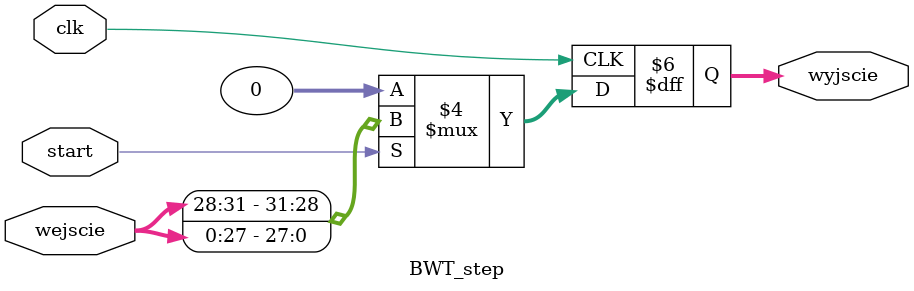
<source format=v>
`timescale 1ns / 1ps

module BWT_step #(parameter integer moved = 1, parameter integer dl_wyraz = 32, parameter integer szer_litery = 4)
                 (input clk, input start, input  [0:dl_wyraz-1] wejscie, output reg  [0:dl_wyraz-1] wyjscie);
                 
  always @(posedge clk) begin
    if (start == 1'b1) begin
        wyjscie <= {wejscie[dl_wyraz - szer_litery * moved : dl_wyraz - 1],
                  wejscie[0 : dl_wyraz - szer_litery * moved - 1]};
    end
    else begin
        wyjscie<=0;
    end
  end

endmodule

</source>
